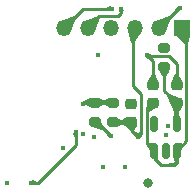
<source format=gbr>
%TF.GenerationSoftware,KiCad,Pcbnew,7.0.10*%
%TF.CreationDate,2024-04-18T15:46:53+08:00*%
%TF.ProjectId,esp32c3-vertical,65737033-3263-4332-9d76-657274696361,rev?*%
%TF.SameCoordinates,Original*%
%TF.FileFunction,Copper,L4,Bot*%
%TF.FilePolarity,Positive*%
%FSLAX46Y46*%
G04 Gerber Fmt 4.6, Leading zero omitted, Abs format (unit mm)*
G04 Created by KiCad (PCBNEW 7.0.10) date 2024-04-18 15:46:53*
%MOMM*%
%LPD*%
G01*
G04 APERTURE LIST*
G04 Aperture macros list*
%AMRoundRect*
0 Rectangle with rounded corners*
0 $1 Rounding radius*
0 $2 $3 $4 $5 $6 $7 $8 $9 X,Y pos of 4 corners*
0 Add a 4 corners polygon primitive as box body*
4,1,4,$2,$3,$4,$5,$6,$7,$8,$9,$2,$3,0*
0 Add four circle primitives for the rounded corners*
1,1,$1+$1,$2,$3*
1,1,$1+$1,$4,$5*
1,1,$1+$1,$6,$7*
1,1,$1+$1,$8,$9*
0 Add four rect primitives between the rounded corners*
20,1,$1+$1,$2,$3,$4,$5,0*
20,1,$1+$1,$4,$5,$6,$7,0*
20,1,$1+$1,$6,$7,$8,$9,0*
20,1,$1+$1,$8,$9,$2,$3,0*%
G04 Aperture macros list end*
%TA.AperFunction,SMDPad,CuDef*%
%ADD10R,1.350000X1.350000*%
%TD*%
%TA.AperFunction,SMDPad,CuDef*%
%ADD11O,1.350000X1.350000*%
%TD*%
%TA.AperFunction,SMDPad,CuDef*%
%ADD12RoundRect,0.225000X0.250000X-0.225000X0.250000X0.225000X-0.250000X0.225000X-0.250000X-0.225000X0*%
%TD*%
%TA.AperFunction,SMDPad,CuDef*%
%ADD13RoundRect,0.150000X0.150000X-0.512500X0.150000X0.512500X-0.150000X0.512500X-0.150000X-0.512500X0*%
%TD*%
%TA.AperFunction,SMDPad,CuDef*%
%ADD14RoundRect,0.200000X-0.275000X0.200000X-0.275000X-0.200000X0.275000X-0.200000X0.275000X0.200000X0*%
%TD*%
%TA.AperFunction,SMDPad,CuDef*%
%ADD15RoundRect,0.200000X0.275000X-0.200000X0.275000X0.200000X-0.275000X0.200000X-0.275000X-0.200000X0*%
%TD*%
%TA.AperFunction,ViaPad*%
%ADD16C,0.450000*%
%TD*%
%TA.AperFunction,ViaPad*%
%ADD17C,0.800000*%
%TD*%
%TA.AperFunction,Conductor*%
%ADD18C,0.250000*%
%TD*%
G04 APERTURE END LIST*
D10*
%TO.P,U1,1,+5V*%
%TO.N,+5V*%
X16600000Y14400000D03*
D11*
%TO.P,U1,2,GND*%
%TO.N,GND*%
X14600000Y14400000D03*
%TO.P,U1,3,EN*%
%TO.N,EN*%
X12600000Y14400000D03*
%TO.P,U1,4,IO0*%
%TO.N,OP*%
X10600000Y14400000D03*
%TO.P,U1,5,TX*%
%TO.N,U0RX*%
X8600000Y14400000D03*
%TO.P,U1,6,RX*%
%TO.N,U0TX*%
X6600000Y14400000D03*
%TD*%
D12*
%TO.P,C3,1*%
%TO.N,+5V*%
X14150000Y8050000D03*
%TO.P,C3,2*%
%TO.N,GND*%
X14150000Y9600000D03*
%TD*%
%TO.P,C2,1*%
%TO.N,+3.3V*%
X16150000Y8050000D03*
%TO.P,C2,2*%
%TO.N,GND*%
X16150000Y9600000D03*
%TD*%
D13*
%TO.P,U3,1,IN*%
%TO.N,+5V*%
X16150000Y4025000D03*
%TO.P,U3,2,GND*%
%TO.N,GND*%
X15200000Y4025000D03*
%TO.P,U3,3,EN*%
%TO.N,+5V*%
X14250000Y4025000D03*
%TO.P,U3,4,NC*%
%TO.N,unconnected-(U3-NC-Pad4)*%
X14250000Y6300000D03*
%TO.P,U3,5,OUT*%
%TO.N,+3.3V*%
X16150000Y6300000D03*
%TD*%
D12*
%TO.P,C1,1*%
%TO.N,EN*%
X12300000Y6450000D03*
%TO.P,C1,2*%
%TO.N,GND*%
X12300000Y8000000D03*
%TD*%
D14*
%TO.P,R1,1*%
%TO.N,+3.3V*%
X10750000Y8050000D03*
%TO.P,R1,2*%
%TO.N,EN*%
X10750000Y6400000D03*
%TD*%
D15*
%TO.P,R3,1*%
%TO.N,+3.3V*%
X15100000Y11075000D03*
%TO.P,R3,2*%
%TO.N,Net-(U2-GPIO8)*%
X15100000Y12725000D03*
%TD*%
D14*
%TO.P,R2,1*%
%TO.N,+3.3V*%
X9200000Y8050000D03*
%TO.P,R2,2*%
%TO.N,Net-(U2-GPIO2{slash}ADC1_CH2)*%
X9200000Y6400000D03*
%TD*%
D16*
%TO.N,GND*%
X13650000Y12100000D03*
%TO.N,+3.3V*%
X15100000Y11100000D03*
%TO.N,GND*%
X12300000Y8000000D03*
X9500000Y12100000D03*
%TO.N,U0RX*%
X11450000Y16025000D03*
%TO.N,U0TX*%
X10650000Y16025000D03*
%TO.N,OP*%
X10600000Y14400000D03*
%TO.N,CH2*%
X3785714Y1300000D03*
%TO.N,CH1*%
X1800000Y1300000D03*
%TO.N,CH2*%
X7583353Y5605549D03*
%TO.N,CH1*%
X8200000Y5400000D03*
%TO.N,GND*%
X15400000Y4200000D03*
%TO.N,OUT1*%
X15200000Y5300000D03*
X11728570Y2600000D03*
%TO.N,OUT2*%
X9900000Y2600000D03*
X15400000Y6125000D03*
%TO.N,+3.3V*%
X8200000Y8000000D03*
X9100000Y5200000D03*
%TO.N,GND*%
X6500000Y4200000D03*
X16400000Y16100000D03*
%TO.N,Net-(U2-GPIO8)*%
X15100000Y12725000D03*
%TO.N,Net-(U2-GPIO2{slash}ADC1_CH2)*%
X10550000Y5250000D03*
%TO.N,EN*%
X12900000Y5200000D03*
D17*
%TO.N,GND*%
X13750000Y1300000D03*
D16*
%TO.N,+5V*%
X15950000Y2800000D03*
%TD*%
D18*
%TO.N,GND*%
X15500000Y12000000D02*
X13750000Y12000000D01*
X13750000Y12000000D02*
X13650000Y12100000D01*
X16150000Y11350000D02*
X15500000Y12000000D01*
X16150000Y9600000D02*
X16150000Y11350000D01*
%TO.N,EN*%
X13100000Y8800000D02*
X13100000Y5400000D01*
X13100000Y5400000D02*
X12900000Y5200000D01*
X12400000Y14200000D02*
X12400000Y9500000D01*
X12400000Y9500000D02*
X13100000Y8800000D01*
X12600000Y14400000D02*
X12400000Y14200000D01*
%TO.N,GND*%
X14150000Y9600000D02*
X14150000Y11600000D01*
X14150000Y11600000D02*
X13650000Y12100000D01*
%TO.N,+3.3V*%
X15100000Y11100000D02*
X15100000Y9100000D01*
%TO.N,+5V*%
X16950000Y14050000D02*
X16950000Y4825000D01*
X16950000Y4825000D02*
X16150000Y4025000D01*
X16600000Y14400000D02*
X16950000Y14050000D01*
%TO.N,GND*%
X16300000Y16100000D02*
X16400000Y16100000D01*
X14600000Y14400000D02*
X16300000Y16100000D01*
%TO.N,U0RX*%
X11450000Y15650000D02*
X11450000Y16025000D01*
X11200000Y15400000D02*
X11450000Y15650000D01*
X9600000Y15400000D02*
X11200000Y15400000D01*
X8600000Y14400000D02*
X9600000Y15400000D01*
%TO.N,U0TX*%
X8225000Y16025000D02*
X10650000Y16025000D01*
X6600000Y14400000D02*
X8225000Y16025000D01*
%TO.N,CH2*%
X4377818Y1300000D02*
X3785714Y1300000D01*
X7583353Y4505535D02*
X4377818Y1300000D01*
X7583353Y5605549D02*
X7583353Y4505535D01*
%TO.N,+5V*%
X14812501Y2800000D02*
X15950000Y2800000D01*
X14250000Y3362501D02*
X14812501Y2800000D01*
X14250000Y4025000D02*
X14250000Y3362501D01*
%TO.N,+3.3V*%
X8250000Y8050000D02*
X8200000Y8000000D01*
X9200000Y8050000D02*
X8250000Y8050000D01*
X15100000Y9100000D02*
X16150000Y8050000D01*
X15100000Y11075000D02*
X15100000Y11100000D01*
X9200000Y8050000D02*
X10750000Y8050000D01*
%TO.N,Net-(U2-GPIO2{slash}ADC1_CH2)*%
X9400000Y6400000D02*
X10550000Y5250000D01*
X9200000Y6400000D02*
X9400000Y6400000D01*
%TO.N,EN*%
X12300000Y5800000D02*
X12900000Y5200000D01*
X12300000Y6450000D02*
X12300000Y5800000D01*
X12250000Y6400000D02*
X12300000Y6450000D01*
X10750000Y6400000D02*
X12250000Y6400000D01*
%TO.N,+5V*%
X16150000Y3000000D02*
X16150000Y4025000D01*
X15950000Y2800000D02*
X16150000Y3000000D01*
X13625000Y7525000D02*
X13625000Y4650000D01*
X14150000Y8050000D02*
X13625000Y7525000D01*
X13625000Y4650000D02*
X14250000Y4025000D01*
%TO.N,+3.3V*%
X16150000Y6300000D02*
X16150000Y8050000D01*
%TD*%
%TA.AperFunction,Conductor*%
%TO.N,GND*%
G36*
X13746420Y12302217D02*
G01*
X13747472Y12301713D01*
X14067462Y12128320D01*
X14073103Y12121365D01*
X14073588Y12118033D01*
X14073588Y11886700D01*
X14070161Y11878427D01*
X14061888Y11875000D01*
X13661648Y11875000D01*
X13653375Y11878427D01*
X13649948Y11886648D01*
X13649948Y11886700D01*
X13649010Y12097624D01*
X13649918Y12102192D01*
X13731107Y12295949D01*
X13737465Y12302254D01*
X13746420Y12302217D01*
G37*
%TD.AperFunction*%
%TD*%
%TA.AperFunction,Conductor*%
%TO.N,GND*%
G36*
X16276434Y10496573D02*
G01*
X16278356Y10494041D01*
X16594863Y9932009D01*
X16595936Y9923119D01*
X16591503Y9916772D01*
X16156835Y9603920D01*
X16148118Y9601868D01*
X16143165Y9603920D01*
X15708496Y9916772D01*
X15703783Y9924386D01*
X15705135Y9932007D01*
X16021644Y10494042D01*
X16028690Y10499568D01*
X16031839Y10500000D01*
X16268161Y10500000D01*
X16276434Y10496573D01*
G37*
%TD.AperFunction*%
%TD*%
%TA.AperFunction,Conductor*%
%TO.N,EN*%
G36*
X13218165Y5563731D02*
G01*
X13221592Y5555458D01*
X13221220Y5552531D01*
X13111227Y5126877D01*
X13105839Y5119724D01*
X13096972Y5118476D01*
X13095466Y5118976D01*
X12902193Y5198102D01*
X12898328Y5200682D01*
X12749619Y5350326D01*
X12746219Y5358609D01*
X12749672Y5366871D01*
X12750137Y5367309D01*
X12971675Y5564204D01*
X12979447Y5567158D01*
X13209892Y5567158D01*
X13218165Y5563731D01*
G37*
%TD.AperFunction*%
%TD*%
%TA.AperFunction,Conductor*%
%TO.N,EN*%
G36*
X13210511Y14147140D02*
G01*
X13216835Y14140800D01*
X13216822Y14131845D01*
X13215765Y14129864D01*
X12528471Y13095009D01*
X12521040Y13090013D01*
X12518725Y13089782D01*
X12283841Y13089782D01*
X12275568Y13093209D01*
X12272586Y13098287D01*
X11979221Y14131685D01*
X11980258Y14140579D01*
X11985982Y14145682D01*
X12595510Y14399134D01*
X12604458Y14399146D01*
X13210511Y14147140D01*
G37*
%TD.AperFunction*%
%TD*%
%TA.AperFunction,Conductor*%
%TO.N,GND*%
G36*
X14276434Y10496573D02*
G01*
X14278356Y10494041D01*
X14594863Y9932009D01*
X14595936Y9923119D01*
X14591503Y9916772D01*
X14156835Y9603920D01*
X14148118Y9601868D01*
X14143165Y9603920D01*
X13708496Y9916772D01*
X13703783Y9924386D01*
X13705135Y9932007D01*
X14021644Y10494042D01*
X14028690Y10499568D01*
X14031839Y10500000D01*
X14268161Y10500000D01*
X14276434Y10496573D01*
G37*
%TD.AperFunction*%
%TD*%
%TA.AperFunction,Conductor*%
%TO.N,GND*%
G36*
X13857726Y12182341D02*
G01*
X13863108Y12177780D01*
X14051615Y11878093D01*
X14053119Y11869265D01*
X14049984Y11863590D01*
X13886410Y11700016D01*
X13878137Y11696589D01*
X13871907Y11698385D01*
X13572220Y11886892D01*
X13567042Y11894198D01*
X13567621Y11901228D01*
X13647435Y12096171D01*
X13653741Y12102528D01*
X13653757Y12102535D01*
X13848772Y12182378D01*
X13857726Y12182341D01*
G37*
%TD.AperFunction*%
%TD*%
%TA.AperFunction,Conductor*%
%TO.N,+3.3V*%
G36*
X15298803Y11017697D02*
G01*
X15305109Y11011339D01*
X15305689Y11004308D01*
X15227073Y10659102D01*
X15221895Y10651796D01*
X15215665Y10650000D01*
X14984335Y10650000D01*
X14976062Y10653427D01*
X14972927Y10659102D01*
X14894310Y11004310D01*
X14895814Y11013136D01*
X14901193Y11017696D01*
X15095480Y11099107D01*
X15104431Y11099143D01*
X15298803Y11017697D01*
G37*
%TD.AperFunction*%
%TD*%
%TA.AperFunction,Conductor*%
%TO.N,+3.3V*%
G36*
X15107747Y11069156D02*
G01*
X15492628Y10729120D01*
X15496559Y10721074D01*
X15494850Y10714227D01*
X15228425Y10280575D01*
X15221174Y10275320D01*
X15218456Y10275000D01*
X14981544Y10275000D01*
X14973271Y10278427D01*
X14971575Y10280575D01*
X14705149Y10714227D01*
X14703738Y10723070D01*
X14707369Y10729119D01*
X15092253Y11069157D01*
X15100722Y11072066D01*
X15107747Y11069156D01*
G37*
%TD.AperFunction*%
%TD*%
%TA.AperFunction,Conductor*%
%TO.N,+5V*%
G36*
X16608275Y14392576D02*
G01*
X16609402Y14391584D01*
X17270085Y13729922D01*
X17273506Y13721647D01*
X17273024Y13718332D01*
X17077482Y13058376D01*
X17071846Y13051417D01*
X17066264Y13050000D01*
X16829502Y13050000D01*
X16821659Y13053018D01*
X16815728Y13058376D01*
X16085882Y13717740D01*
X16082041Y13725828D01*
X16084466Y13733571D01*
X16591867Y14390471D01*
X16599633Y14394922D01*
X16608275Y14392576D01*
G37*
%TD.AperFunction*%
%TD*%
%TA.AperFunction,Conductor*%
%TO.N,+5V*%
G36*
X16570331Y4626233D02*
G01*
X16576209Y4623054D01*
X16744314Y4454949D01*
X16747741Y4446676D01*
X16746300Y4441050D01*
X16455029Y3909908D01*
X16448046Y3904302D01*
X16440323Y3904712D01*
X16427677Y3909908D01*
X16159472Y4020111D01*
X16153123Y4026424D01*
X16152847Y4034710D01*
X16291497Y4441050D01*
X16365700Y4658518D01*
X16371614Y4665239D01*
X16379165Y4666190D01*
X16570331Y4626233D01*
G37*
%TD.AperFunction*%
%TD*%
%TA.AperFunction,Conductor*%
%TO.N,GND*%
G36*
X16249212Y16250830D02*
G01*
X16249736Y16250343D01*
X16250363Y16249721D01*
X16399016Y16102383D01*
X16401608Y16098506D01*
X16481595Y15903140D01*
X16481558Y15894185D01*
X16475200Y15887879D01*
X16475017Y15887806D01*
X16137255Y15756135D01*
X16128302Y15756323D01*
X16124732Y15758763D01*
X15961094Y15922401D01*
X15957667Y15930674D01*
X15960556Y15938371D01*
X16232704Y16249722D01*
X16240728Y16253695D01*
X16249212Y16250830D01*
G37*
%TD.AperFunction*%
%TD*%
%TA.AperFunction,Conductor*%
%TO.N,GND*%
G36*
X15468109Y15440035D02*
G01*
X15471521Y15437666D01*
X15637665Y15271522D01*
X15641092Y15263249D01*
X15640355Y15259161D01*
X15227850Y14153036D01*
X15221748Y14146482D01*
X15212799Y14146161D01*
X15212424Y14146308D01*
X15212002Y14146482D01*
X15051704Y14212623D01*
X14603790Y14397438D01*
X14597450Y14403762D01*
X14597437Y14403791D01*
X14346307Y15012427D01*
X14346320Y15021380D01*
X14352660Y15027704D01*
X14352994Y15027836D01*
X15459163Y15440356D01*
X15468109Y15440035D01*
G37*
%TD.AperFunction*%
%TD*%
%TA.AperFunction,Conductor*%
%TO.N,U0RX*%
G36*
X11647249Y15943348D02*
G01*
X11653554Y15936991D01*
X11653586Y15928204D01*
X11491951Y15525035D01*
X11485691Y15518631D01*
X11476737Y15518529D01*
X11472818Y15521116D01*
X11310820Y15683114D01*
X11307775Y15688421D01*
X11244709Y15929043D01*
X11245927Y15937914D01*
X11251528Y15942809D01*
X11446197Y16023831D01*
X11455150Y16023845D01*
X11647249Y15943348D01*
G37*
%TD.AperFunction*%
%TD*%
%TA.AperFunction,Conductor*%
%TO.N,U0RX*%
G36*
X9468109Y15440035D02*
G01*
X9471521Y15437666D01*
X9637665Y15271522D01*
X9641092Y15263249D01*
X9640355Y15259161D01*
X9227850Y14153036D01*
X9221748Y14146482D01*
X9212799Y14146161D01*
X9212424Y14146308D01*
X9212002Y14146482D01*
X9051704Y14212623D01*
X8603790Y14397438D01*
X8597450Y14403762D01*
X8597437Y14403791D01*
X8346307Y15012427D01*
X8346320Y15021380D01*
X8352660Y15027704D01*
X8352994Y15027836D01*
X9459163Y15440356D01*
X9468109Y15440035D01*
G37*
%TD.AperFunction*%
%TD*%
%TA.AperFunction,Conductor*%
%TO.N,U0TX*%
G36*
X10563135Y16229186D02*
G01*
X10567696Y16223804D01*
X10649105Y16029522D01*
X10649142Y16020567D01*
X10649105Y16020478D01*
X10567696Y15826197D01*
X10561338Y15819891D01*
X10554307Y15819311D01*
X10209102Y15897928D01*
X10201796Y15903106D01*
X10200000Y15909336D01*
X10200000Y16140665D01*
X10203427Y16148938D01*
X10209101Y16152073D01*
X10554308Y16230690D01*
X10563135Y16229186D01*
G37*
%TD.AperFunction*%
%TD*%
%TA.AperFunction,Conductor*%
%TO.N,U0TX*%
G36*
X7468109Y15440035D02*
G01*
X7471521Y15437666D01*
X7637665Y15271522D01*
X7641092Y15263249D01*
X7640355Y15259161D01*
X7227850Y14153036D01*
X7221748Y14146482D01*
X7212799Y14146161D01*
X7212424Y14146308D01*
X7212002Y14146482D01*
X7051704Y14212623D01*
X6603790Y14397438D01*
X6597450Y14403762D01*
X6597437Y14403791D01*
X6346307Y15012427D01*
X6346320Y15021380D01*
X6352660Y15027704D01*
X6352994Y15027836D01*
X7459163Y15440356D01*
X7468109Y15440035D01*
G37*
%TD.AperFunction*%
%TD*%
%TA.AperFunction,Conductor*%
%TO.N,CH2*%
G36*
X4226612Y1427073D02*
G01*
X4233918Y1421895D01*
X4235714Y1415665D01*
X4235714Y1184336D01*
X4232287Y1176063D01*
X4226612Y1172928D01*
X3881406Y1094311D01*
X3872578Y1095815D01*
X3868017Y1101197D01*
X3837092Y1175000D01*
X3786607Y1295481D01*
X3786571Y1304432D01*
X3868018Y1498806D01*
X3874375Y1505110D01*
X3881404Y1505690D01*
X4226612Y1427073D01*
G37*
%TD.AperFunction*%
%TD*%
%TA.AperFunction,Conductor*%
%TO.N,CH2*%
G36*
X7779836Y5524218D02*
G01*
X7786142Y5517860D01*
X7786870Y5511597D01*
X7781068Y5474965D01*
X7780920Y5474197D01*
X7710426Y5164651D01*
X7705248Y5157345D01*
X7699018Y5155549D01*
X7467688Y5155549D01*
X7459415Y5158976D01*
X7456280Y5164651D01*
X7377663Y5509859D01*
X7379167Y5518685D01*
X7384546Y5523245D01*
X7578833Y5604656D01*
X7587785Y5604692D01*
X7779836Y5524218D01*
G37*
%TD.AperFunction*%
%TD*%
%TA.AperFunction,Conductor*%
%TO.N,+5V*%
G36*
X15863135Y3004186D02*
G01*
X15867696Y2998804D01*
X15949105Y2804522D01*
X15949142Y2795567D01*
X15949105Y2795478D01*
X15867696Y2601197D01*
X15861338Y2594891D01*
X15854307Y2594311D01*
X15509102Y2672928D01*
X15501796Y2678106D01*
X15500000Y2684336D01*
X15500000Y2915665D01*
X15503427Y2923938D01*
X15509101Y2927073D01*
X15854308Y3005690D01*
X15863135Y3004186D01*
G37*
%TD.AperFunction*%
%TD*%
%TA.AperFunction,Conductor*%
%TO.N,+5V*%
G36*
X14545628Y4054823D02*
G01*
X14549938Y4046974D01*
X14550008Y4045703D01*
X14550517Y3243607D01*
X14547095Y3235332D01*
X14382440Y3070677D01*
X14374167Y3067250D01*
X14365894Y3070677D01*
X14365492Y3071100D01*
X14216883Y3235332D01*
X14105869Y3358016D01*
X14102860Y3366449D01*
X14103122Y3368393D01*
X14247475Y4017533D01*
X14252616Y4024864D01*
X14257617Y4026622D01*
X14537030Y4057326D01*
X14545628Y4054823D01*
G37*
%TD.AperFunction*%
%TD*%
%TA.AperFunction,Conductor*%
%TO.N,+3.3V*%
G36*
X8212946Y8223529D02*
G01*
X8629676Y8176180D01*
X8637508Y8171841D01*
X8640054Y8164555D01*
X8640054Y7933106D01*
X8636627Y7924833D01*
X8632466Y7922152D01*
X8296652Y7796087D01*
X8287702Y7796388D01*
X8281749Y7802519D01*
X8230496Y7924833D01*
X8199918Y7997808D01*
X8199010Y8002378D01*
X8199942Y8211956D01*
X8203406Y8220213D01*
X8211694Y8223603D01*
X8212946Y8223529D01*
G37*
%TD.AperFunction*%
%TD*%
%TA.AperFunction,Conductor*%
%TO.N,+3.3V*%
G36*
X8854407Y8428288D02*
G01*
X9193758Y8057904D01*
X9196820Y8049489D01*
X9193758Y8042096D01*
X8854407Y7671713D01*
X8846291Y7667928D01*
X8840579Y7669137D01*
X8331499Y7921775D01*
X8325612Y7928522D01*
X8325000Y7932255D01*
X8325000Y8167746D01*
X8328427Y8176019D01*
X8331495Y8178224D01*
X8840580Y8430865D01*
X8849513Y8431472D01*
X8854407Y8428288D01*
G37*
%TD.AperFunction*%
%TD*%
%TA.AperFunction,Conductor*%
%TO.N,+3.3V*%
G36*
X15533374Y8847541D02*
G01*
X16325845Y8504566D01*
X16332077Y8498135D01*
X16332016Y8489371D01*
X16152735Y8054217D01*
X16146415Y8047873D01*
X16145661Y8047589D01*
X15685360Y7892104D01*
X15676426Y7892703D01*
X15670810Y7898706D01*
X15352296Y8666699D01*
X15352293Y8675653D01*
X15354828Y8679450D01*
X15520455Y8845077D01*
X15528727Y8848503D01*
X15533374Y8847541D01*
G37*
%TD.AperFunction*%
%TD*%
%TA.AperFunction,Conductor*%
%TO.N,+3.3V*%
G36*
X10404407Y8428288D02*
G01*
X10743758Y8057904D01*
X10746820Y8049489D01*
X10743758Y8042096D01*
X10404407Y7671713D01*
X10396291Y7667928D01*
X10390579Y7669137D01*
X9881499Y7921775D01*
X9875612Y7928522D01*
X9875000Y7932255D01*
X9875000Y8167746D01*
X9878427Y8176019D01*
X9881495Y8178224D01*
X10390580Y8430865D01*
X10399513Y8431472D01*
X10404407Y8428288D01*
G37*
%TD.AperFunction*%
%TD*%
%TA.AperFunction,Conductor*%
%TO.N,+3.3V*%
G36*
X9559419Y8430865D02*
G01*
X10068502Y8178225D01*
X10074388Y8171479D01*
X10075000Y8167746D01*
X10075000Y7932255D01*
X10071573Y7923982D01*
X10068501Y7921775D01*
X9559420Y7669137D01*
X9550486Y7668529D01*
X9545592Y7671713D01*
X9314459Y7923982D01*
X9206240Y8042098D01*
X9203179Y8050511D01*
X9206240Y8057903D01*
X9545593Y8428289D01*
X9553708Y8432073D01*
X9559419Y8430865D01*
G37*
%TD.AperFunction*%
%TD*%
%TA.AperFunction,Conductor*%
%TO.N,Net-(U2-GPIO2{slash}ADC1_CH2)*%
G36*
X10328092Y5651616D02*
G01*
X10627779Y5463109D01*
X10632957Y5455803D01*
X10632377Y5448772D01*
X10552564Y5253831D01*
X10546258Y5247473D01*
X10546169Y5247436D01*
X10351228Y5167623D01*
X10342273Y5167660D01*
X10336891Y5172221D01*
X10148384Y5471908D01*
X10146880Y5480736D01*
X10150013Y5486409D01*
X10313590Y5649986D01*
X10321862Y5653412D01*
X10328092Y5651616D01*
G37*
%TD.AperFunction*%
%TD*%
%TA.AperFunction,Conductor*%
%TO.N,Net-(U2-GPIO2{slash}ADC1_CH2)*%
G36*
X9675097Y6544661D02*
G01*
X9679708Y6540276D01*
X9999991Y6000000D01*
X10029155Y5950805D01*
X10030426Y5941941D01*
X10027364Y5936566D01*
X9861936Y5771138D01*
X9853663Y5767711D01*
X9850333Y5768195D01*
X9081007Y5996588D01*
X9074051Y6002227D01*
X9073121Y6011134D01*
X9073182Y6011332D01*
X9197423Y6394937D01*
X9203233Y6401750D01*
X9205081Y6402502D01*
X9666182Y6545484D01*
X9675097Y6544661D01*
G37*
%TD.AperFunction*%
%TD*%
%TA.AperFunction,Conductor*%
%TO.N,EN*%
G36*
X12678092Y5601616D02*
G01*
X12977779Y5413109D01*
X12982957Y5405803D01*
X12982377Y5398772D01*
X12902564Y5203831D01*
X12896258Y5197473D01*
X12896169Y5197436D01*
X12701228Y5117623D01*
X12692273Y5117660D01*
X12686891Y5122221D01*
X12498384Y5421908D01*
X12496880Y5430736D01*
X12500013Y5436409D01*
X12663590Y5599986D01*
X12671862Y5603412D01*
X12678092Y5601616D01*
G37*
%TD.AperFunction*%
%TD*%
%TA.AperFunction,Conductor*%
%TO.N,EN*%
G36*
X12307682Y6445003D02*
G01*
X12749746Y6144422D01*
X12754660Y6136937D01*
X12753832Y6129937D01*
X12566044Y5713563D01*
X12563652Y5710100D01*
X12397058Y5543506D01*
X12388785Y5540079D01*
X12380512Y5543506D01*
X12380133Y5543903D01*
X11933901Y6034082D01*
X11930867Y6042505D01*
X11933906Y6049838D01*
X12292459Y6443210D01*
X12300564Y6447014D01*
X12307682Y6445003D01*
G37*
%TD.AperFunction*%
%TD*%
%TA.AperFunction,Conductor*%
%TO.N,EN*%
G36*
X11969616Y6874219D02*
G01*
X12295381Y6457192D01*
X12297774Y6448562D01*
X12295392Y6442800D01*
X11969485Y6024305D01*
X11961698Y6019883D01*
X11955561Y6020777D01*
X11382007Y6271932D01*
X11375803Y6278389D01*
X11375000Y6282649D01*
X11375000Y6518419D01*
X11378427Y6526692D01*
X11380620Y6528416D01*
X11954322Y6877016D01*
X11963170Y6878382D01*
X11969616Y6874219D01*
G37*
%TD.AperFunction*%
%TD*%
%TA.AperFunction,Conductor*%
%TO.N,EN*%
G36*
X11109419Y6780865D02*
G01*
X11618502Y6528225D01*
X11624388Y6521479D01*
X11625000Y6517746D01*
X11625000Y6282255D01*
X11621573Y6273982D01*
X11618501Y6271775D01*
X11109420Y6019137D01*
X11100486Y6018529D01*
X11095592Y6021713D01*
X10864459Y6273982D01*
X10756240Y6392098D01*
X10753179Y6400511D01*
X10756240Y6407903D01*
X11095593Y6778289D01*
X11103708Y6782073D01*
X11109419Y6780865D01*
G37*
%TD.AperFunction*%
%TD*%
%TA.AperFunction,Conductor*%
%TO.N,+5V*%
G36*
X16155278Y4010507D02*
G01*
X16160442Y4005343D01*
X16436152Y3459904D01*
X16436826Y3450975D01*
X16436510Y3450126D01*
X16278000Y3069700D01*
X16271655Y3063381D01*
X16267200Y3062500D01*
X16032800Y3062500D01*
X16024527Y3065927D01*
X16022000Y3069700D01*
X15863489Y3450126D01*
X15863470Y3459081D01*
X15863838Y3459886D01*
X16139558Y4005344D01*
X16146349Y4011181D01*
X16155278Y4010507D01*
G37*
%TD.AperFunction*%
%TD*%
%TA.AperFunction,Conductor*%
%TO.N,+5V*%
G36*
X16268165Y3163731D02*
G01*
X16271592Y3155458D01*
X16271220Y3152531D01*
X16161227Y2726877D01*
X16155839Y2719724D01*
X16146972Y2718476D01*
X16145466Y2718976D01*
X15952193Y2798102D01*
X15948328Y2800682D01*
X15799619Y2950326D01*
X15796219Y2958609D01*
X15799672Y2966871D01*
X15800137Y2967309D01*
X16021675Y3164204D01*
X16029447Y3167158D01*
X16259892Y3167158D01*
X16268165Y3163731D01*
G37*
%TD.AperFunction*%
%TD*%
%TA.AperFunction,Conductor*%
%TO.N,+5V*%
G36*
X14144626Y8052110D02*
G01*
X14152035Y8047081D01*
X14152582Y8046162D01*
X14385219Y7610349D01*
X14386091Y7601436D01*
X14380407Y7594517D01*
X14380380Y7594503D01*
X13752571Y7261466D01*
X13747088Y7260102D01*
X13514228Y7260102D01*
X13505955Y7263529D01*
X13502528Y7271802D01*
X13502748Y7274062D01*
X13654917Y8047081D01*
X13672719Y8137516D01*
X13677680Y8144970D01*
X13686457Y8146735D01*
X14144626Y8052110D01*
G37*
%TD.AperFunction*%
%TD*%
%TA.AperFunction,Conductor*%
%TO.N,+5V*%
G36*
X14029632Y4664528D02*
G01*
X14034299Y4658515D01*
X14247152Y4034710D01*
X14246581Y4025774D01*
X14240526Y4020110D01*
X13959676Y3904712D01*
X13950721Y3904737D01*
X13944970Y3909908D01*
X13653699Y4441050D01*
X13652726Y4449952D01*
X13655683Y4454947D01*
X13823792Y4623056D01*
X13829666Y4626233D01*
X14020833Y4666190D01*
X14029632Y4664528D01*
G37*
%TD.AperFunction*%
%TD*%
%TA.AperFunction,Conductor*%
%TO.N,+3.3V*%
G36*
X16156833Y8046082D02*
G01*
X16591503Y7733230D01*
X16596216Y7725616D01*
X16594863Y7717993D01*
X16278356Y7155959D01*
X16271310Y7150432D01*
X16268161Y7150000D01*
X16031839Y7150000D01*
X16023566Y7153427D01*
X16021644Y7155959D01*
X15705136Y7717993D01*
X15704063Y7726883D01*
X15708494Y7733228D01*
X16143165Y8046082D01*
X16151882Y8048133D01*
X16156833Y8046082D01*
G37*
%TD.AperFunction*%
%TD*%
%TA.AperFunction,Conductor*%
%TO.N,+3.3V*%
G36*
X16275473Y7259073D02*
G01*
X16278000Y7255300D01*
X16436510Y6874875D01*
X16436529Y6865920D01*
X16436152Y6865097D01*
X16160442Y6319658D01*
X16153651Y6313820D01*
X16144722Y6314494D01*
X16139558Y6319658D01*
X15863847Y6865097D01*
X15863173Y6874026D01*
X15863483Y6874861D01*
X16022000Y7255301D01*
X16028345Y7261619D01*
X16032800Y7262500D01*
X16267200Y7262500D01*
X16275473Y7259073D01*
G37*
%TD.AperFunction*%
%TD*%
M02*

</source>
